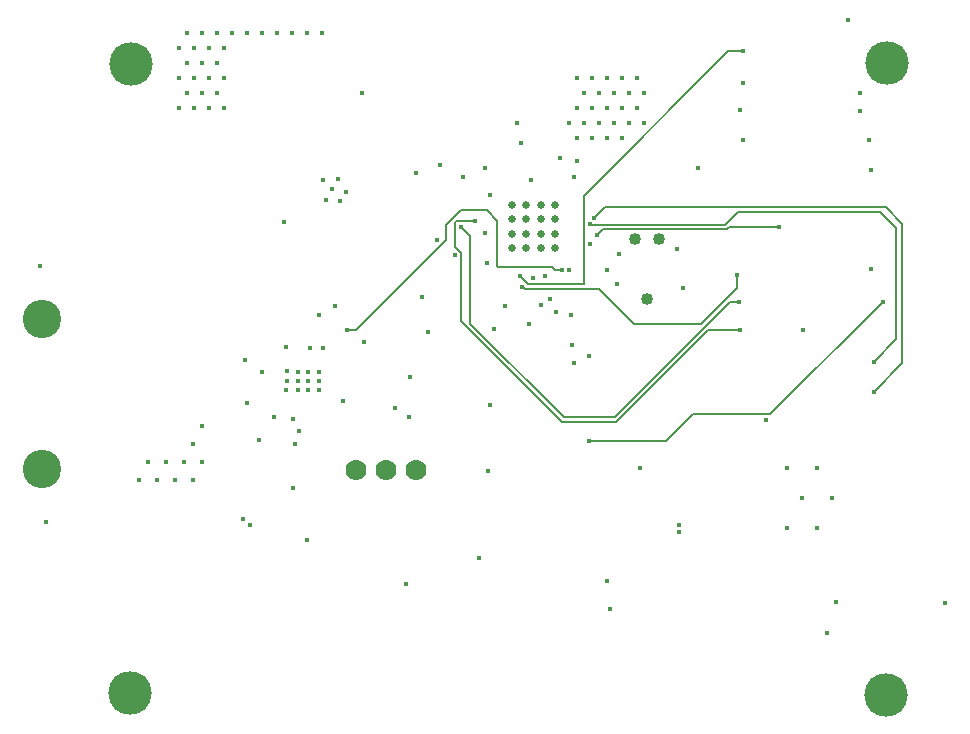
<source format=gbr>
G04*
G04 #@! TF.GenerationSoftware,Altium Limited,Altium Designer,23.1.1 (15)*
G04*
G04 Layer_Physical_Order=3*
G04 Layer_Color=36540*
%FSLAX25Y25*%
%MOIN*%
G70*
G04*
G04 #@! TF.SameCoordinates,577C2DE3-5836-4DB5-AD87-4C8AFCD19023*
G04*
G04*
G04 #@! TF.FilePolarity,Positive*
G04*
G01*
G75*
%ADD13C,0.00500*%
%ADD98C,0.07000*%
%ADD99C,0.12795*%
%ADD100C,0.04000*%
%ADD101C,0.14500*%
%ADD102C,0.01500*%
%ADD103C,0.02598*%
D13*
X207354Y154781D02*
X219135Y143000D01*
X182661Y154781D02*
X207354D01*
X192651Y161177D02*
X194969D01*
X182106Y155336D02*
X182661Y154781D01*
X181836Y155336D02*
X182106D01*
X202281Y156574D02*
Y185781D01*
X181000Y159000D02*
X183719Y156281D01*
X201988D02*
X202281Y156574D01*
X183719Y156281D02*
X201988D01*
X173793Y162000D02*
X191828D01*
X192651Y161177D01*
X173500Y162293D02*
X173793Y162000D01*
X173500Y162293D02*
Y177500D01*
X206858Y172858D02*
X208650Y174650D01*
X250021D01*
X250871Y175500D01*
X267500D01*
X227540Y176250D02*
X227641Y176150D01*
X249400D02*
X253750Y180500D01*
X204422Y176250D02*
X227540D01*
X227641Y176150D02*
X249400D01*
X204281Y176391D02*
X204422Y176250D01*
X202281Y185781D02*
X250500Y234000D01*
X195000Y110500D02*
X213243D01*
X195621Y112000D02*
X212621D01*
X161500Y144000D02*
X195000Y110500D01*
X213243D02*
X243743Y141000D01*
X212621Y112000D02*
X251121Y150500D01*
X164500Y143121D02*
X195621Y112000D01*
X204000Y104000D02*
X229615D01*
X264500Y113000D02*
X302000Y150500D01*
X238615Y113000D02*
X264500D01*
X229615Y104000D02*
X238615Y113000D01*
X243743Y141000D02*
X254500D01*
X205843Y178343D02*
X209500Y182000D01*
X170000Y181000D02*
X173500Y177500D01*
X161379Y181000D02*
X170000D01*
X156500Y171172D02*
Y176121D01*
X161379Y181000D01*
X126328Y141000D02*
X156500Y171172D01*
X123500Y141000D02*
X126328D01*
X159500Y168828D02*
Y177000D01*
X160000Y177500D02*
X166000D01*
X159500Y177000D02*
X160000Y177500D01*
X159500Y168828D02*
X161500Y166828D01*
Y144000D02*
Y166828D01*
X164500Y143121D02*
Y172500D01*
X161500Y175500D02*
X164500Y172500D01*
X219135Y143000D02*
X241500D01*
X253500Y155000D01*
X250500Y234000D02*
X255500D01*
X253750Y180500D02*
X301000D01*
X303000Y182000D02*
X308500Y176500D01*
X301000Y180500D02*
X306500Y175000D01*
X209500Y182000D02*
X303000D01*
X306500Y138000D02*
Y175000D01*
X299000Y130500D02*
X306500Y138000D01*
X308500Y130000D02*
Y176500D01*
X299000Y120500D02*
X308500Y130000D01*
X253500Y155000D02*
Y159500D01*
X251121Y150500D02*
X254000D01*
D98*
X126500Y94500D02*
D03*
X136500D02*
D03*
X146500D02*
D03*
D99*
X21870Y94800D02*
D03*
Y144800D02*
D03*
D100*
X227300Y171400D02*
D03*
X219300D02*
D03*
X223300Y151400D02*
D03*
D101*
X51400Y229800D02*
D03*
X303300Y230100D02*
D03*
X303100Y19500D02*
D03*
X51200Y20000D02*
D03*
D102*
X105500Y111500D02*
D03*
X99000Y112000D02*
D03*
X181500Y203500D02*
D03*
X162000Y192000D02*
D03*
X171000Y186000D02*
D03*
X114000Y121000D02*
D03*
X110500D02*
D03*
X107000D02*
D03*
X103000D02*
D03*
X103500Y124000D02*
D03*
X107000D02*
D03*
X110500D02*
D03*
X114000D02*
D03*
Y127000D02*
D03*
X110500D02*
D03*
X107000D02*
D03*
X103506Y127376D02*
D03*
X191000Y151500D02*
D03*
X198000Y146000D02*
D03*
X180000Y210000D02*
D03*
X210000Y161000D02*
D03*
X240500Y195000D02*
D03*
X194969Y161177D02*
D03*
X189500Y159000D02*
D03*
X193000Y147000D02*
D03*
X255500Y223500D02*
D03*
X185500Y158500D02*
D03*
X122000Y117500D02*
D03*
X21000Y162500D02*
D03*
X23000Y77000D02*
D03*
X148500Y152000D02*
D03*
X197500Y161000D02*
D03*
X170000Y163500D02*
D03*
X75000Y109000D02*
D03*
X72000Y103000D02*
D03*
X75000Y97000D02*
D03*
X72000Y91000D02*
D03*
X69000Y97000D02*
D03*
X66000Y91000D02*
D03*
X63000Y97000D02*
D03*
X60000Y91000D02*
D03*
X57000Y97000D02*
D03*
X54000Y91000D02*
D03*
X115000Y240000D02*
D03*
X110000D02*
D03*
X105000D02*
D03*
X100000D02*
D03*
X95000D02*
D03*
X90000D02*
D03*
X85000D02*
D03*
X80000D02*
D03*
X82500Y235000D02*
D03*
X80000Y230000D02*
D03*
X82500Y225000D02*
D03*
X80000Y220000D02*
D03*
X82500Y215000D02*
D03*
X75000Y240000D02*
D03*
X77500Y235000D02*
D03*
X75000Y230000D02*
D03*
X77500Y225000D02*
D03*
X75000Y220000D02*
D03*
X77500Y215000D02*
D03*
X70000Y240000D02*
D03*
X72500Y235000D02*
D03*
X70000Y230000D02*
D03*
X72500Y225000D02*
D03*
X70000Y220000D02*
D03*
X72500Y215000D02*
D03*
X67500Y235000D02*
D03*
Y225000D02*
D03*
Y215000D02*
D03*
X220000Y225000D02*
D03*
X222500Y220000D02*
D03*
X220000Y215000D02*
D03*
X222500Y210000D02*
D03*
X215000Y225000D02*
D03*
X217500Y220000D02*
D03*
X215000Y215000D02*
D03*
X217500Y210000D02*
D03*
X215000Y205000D02*
D03*
X210000Y225000D02*
D03*
X212500Y220000D02*
D03*
X210000Y215000D02*
D03*
X212500Y210000D02*
D03*
X210000Y205000D02*
D03*
X205000Y225000D02*
D03*
X207500Y220000D02*
D03*
X205000Y215000D02*
D03*
X207500Y210000D02*
D03*
X205000Y205000D02*
D03*
X200000Y225000D02*
D03*
X202500Y220000D02*
D03*
X200000Y215000D02*
D03*
X202500Y210000D02*
D03*
X200000Y205000D02*
D03*
X197500Y210000D02*
D03*
X280000Y95000D02*
D03*
X285000Y85000D02*
D03*
X280000Y75000D02*
D03*
X270000Y95000D02*
D03*
X275000Y85000D02*
D03*
X270000Y75000D02*
D03*
X102500Y177000D02*
D03*
X206858Y172858D02*
D03*
X204281Y169778D02*
D03*
Y176391D02*
D03*
X267500Y175500D02*
D03*
X275500Y141000D02*
D03*
X204238Y132409D02*
D03*
X199000Y130000D02*
D03*
X204000Y104000D02*
D03*
X302000Y150500D02*
D03*
X290500Y244500D02*
D03*
X294500Y220000D02*
D03*
X298000Y194500D02*
D03*
X297500Y204500D02*
D03*
X255500D02*
D03*
X188000Y149500D02*
D03*
X254500Y214500D02*
D03*
Y141000D02*
D03*
X198500Y136000D02*
D03*
X263000Y111000D02*
D03*
X205843Y178343D02*
D03*
X181836Y155336D02*
D03*
X159500Y166000D02*
D03*
X172500Y141500D02*
D03*
X176000Y148969D02*
D03*
X184000Y143000D02*
D03*
X123500Y141000D02*
D03*
X294500Y214000D02*
D03*
X255500Y234000D02*
D03*
X299000Y130500D02*
D03*
Y120500D02*
D03*
X171000Y116000D02*
D03*
X161500Y175500D02*
D03*
X254000Y150500D02*
D03*
X253500Y159500D02*
D03*
X233500Y168000D02*
D03*
X199000Y192000D02*
D03*
X181000Y159000D02*
D03*
X153500Y171000D02*
D03*
X169500Y173500D02*
D03*
X154500Y196000D02*
D03*
X146500Y193500D02*
D03*
X298000Y161500D02*
D03*
X221000Y95000D02*
D03*
X119500Y149000D02*
D03*
X114000Y146000D02*
D03*
X283500Y40000D02*
D03*
X286500Y50500D02*
D03*
X213500Y156500D02*
D03*
X90950Y76050D02*
D03*
X88899Y78101D02*
D03*
X234000Y76250D02*
D03*
Y73750D02*
D03*
X105500Y88500D02*
D03*
X170500Y94000D02*
D03*
X150500Y140500D02*
D03*
X144500Y125500D02*
D03*
X95000Y127000D02*
D03*
X106000Y103000D02*
D03*
X94000Y104500D02*
D03*
X107500Y107500D02*
D03*
X144000Y112000D02*
D03*
X166000Y177500D02*
D03*
X139500Y115000D02*
D03*
X129000Y137000D02*
D03*
X103000Y135500D02*
D03*
X115500Y135000D02*
D03*
X111260D02*
D03*
X169500Y195000D02*
D03*
X184878Y191000D02*
D03*
X194500Y198500D02*
D03*
X200000Y197500D02*
D03*
X214000Y166500D02*
D03*
X235500Y155000D02*
D03*
X110000Y71000D02*
D03*
X322748Y50000D02*
D03*
X210000Y57500D02*
D03*
X167500Y65000D02*
D03*
X143000Y56500D02*
D03*
X211000Y48000D02*
D03*
X121000Y184000D02*
D03*
X118500Y188000D02*
D03*
X116500Y184500D02*
D03*
X123000Y187000D02*
D03*
X120500Y191500D02*
D03*
X115500Y191000D02*
D03*
X128500Y220000D02*
D03*
X89500Y131000D02*
D03*
X90000Y116800D02*
D03*
D103*
X192677Y182650D02*
D03*
Y177925D02*
D03*
Y173201D02*
D03*
Y168476D02*
D03*
X187953Y182650D02*
D03*
Y177925D02*
D03*
Y173201D02*
D03*
Y168476D02*
D03*
X183228Y182650D02*
D03*
Y177925D02*
D03*
Y173201D02*
D03*
Y168476D02*
D03*
X178504Y182650D02*
D03*
Y177925D02*
D03*
Y168476D02*
D03*
Y173201D02*
D03*
M02*

</source>
